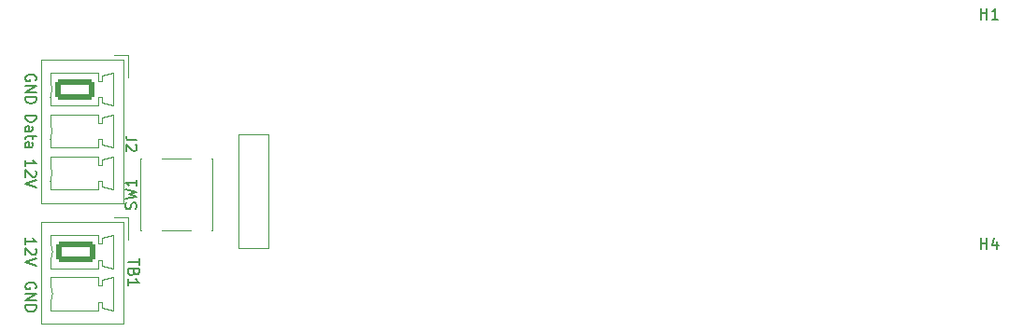
<source format=gbr>
%TF.GenerationSoftware,KiCad,Pcbnew,7.0.10*%
%TF.CreationDate,2024-01-19T02:19:35-05:00*%
%TF.ProjectId,ESP8266_Count2,45535038-3236-4365-9f43-6f756e74322e,v2*%
%TF.SameCoordinates,Original*%
%TF.FileFunction,Legend,Top*%
%TF.FilePolarity,Positive*%
%FSLAX46Y46*%
G04 Gerber Fmt 4.6, Leading zero omitted, Abs format (unit mm)*
G04 Created by KiCad (PCBNEW 7.0.10) date 2024-01-19 02:19:35*
%MOMM*%
%LPD*%
G01*
G04 APERTURE LIST*
G04 Aperture macros list*
%AMRoundRect*
0 Rectangle with rounded corners*
0 $1 Rounding radius*
0 $2 $3 $4 $5 $6 $7 $8 $9 X,Y pos of 4 corners*
0 Add a 4 corners polygon primitive as box body*
4,1,4,$2,$3,$4,$5,$6,$7,$8,$9,$2,$3,0*
0 Add four circle primitives for the rounded corners*
1,1,$1+$1,$2,$3*
1,1,$1+$1,$4,$5*
1,1,$1+$1,$6,$7*
1,1,$1+$1,$8,$9*
0 Add four rect primitives between the rounded corners*
20,1,$1+$1,$2,$3,$4,$5,0*
20,1,$1+$1,$4,$5,$6,$7,0*
20,1,$1+$1,$6,$7,$8,$9,0*
20,1,$1+$1,$8,$9,$2,$3,0*%
G04 Aperture macros list end*
%ADD10C,0.150000*%
%ADD11C,0.120000*%
%ADD12R,2.000000X2.000000*%
%ADD13O,1.600000X2.000000*%
%ADD14C,2.700000*%
%ADD15RoundRect,0.250000X-1.550000X0.650000X-1.550000X-0.650000X1.550000X-0.650000X1.550000X0.650000X0*%
%ADD16O,3.600000X1.800000*%
%ADD17C,1.700000*%
%ADD18R,1.300000X1.550000*%
G04 APERTURE END LIST*
D10*
X111382561Y-80360588D02*
X111430180Y-80265350D01*
X111430180Y-80265350D02*
X111430180Y-80122493D01*
X111430180Y-80122493D02*
X111382561Y-79979636D01*
X111382561Y-79979636D02*
X111287323Y-79884398D01*
X111287323Y-79884398D02*
X111192085Y-79836779D01*
X111192085Y-79836779D02*
X111001609Y-79789160D01*
X111001609Y-79789160D02*
X110858752Y-79789160D01*
X110858752Y-79789160D02*
X110668276Y-79836779D01*
X110668276Y-79836779D02*
X110573038Y-79884398D01*
X110573038Y-79884398D02*
X110477800Y-79979636D01*
X110477800Y-79979636D02*
X110430180Y-80122493D01*
X110430180Y-80122493D02*
X110430180Y-80217731D01*
X110430180Y-80217731D02*
X110477800Y-80360588D01*
X110477800Y-80360588D02*
X110525419Y-80408207D01*
X110525419Y-80408207D02*
X110858752Y-80408207D01*
X110858752Y-80408207D02*
X110858752Y-80217731D01*
X110430180Y-80836779D02*
X111430180Y-80836779D01*
X111430180Y-80836779D02*
X110430180Y-81408207D01*
X110430180Y-81408207D02*
X111430180Y-81408207D01*
X110430180Y-81884398D02*
X111430180Y-81884398D01*
X111430180Y-81884398D02*
X111430180Y-82122493D01*
X111430180Y-82122493D02*
X111382561Y-82265350D01*
X111382561Y-82265350D02*
X111287323Y-82360588D01*
X111287323Y-82360588D02*
X111192085Y-82408207D01*
X111192085Y-82408207D02*
X111001609Y-82455826D01*
X111001609Y-82455826D02*
X110858752Y-82455826D01*
X110858752Y-82455826D02*
X110668276Y-82408207D01*
X110668276Y-82408207D02*
X110573038Y-82360588D01*
X110573038Y-82360588D02*
X110477800Y-82265350D01*
X110477800Y-82265350D02*
X110430180Y-82122493D01*
X110430180Y-82122493D02*
X110430180Y-81884398D01*
X110430180Y-64636779D02*
X111430180Y-64636779D01*
X111430180Y-64636779D02*
X111430180Y-64874874D01*
X111430180Y-64874874D02*
X111382561Y-65017731D01*
X111382561Y-65017731D02*
X111287323Y-65112969D01*
X111287323Y-65112969D02*
X111192085Y-65160588D01*
X111192085Y-65160588D02*
X111001609Y-65208207D01*
X111001609Y-65208207D02*
X110858752Y-65208207D01*
X110858752Y-65208207D02*
X110668276Y-65160588D01*
X110668276Y-65160588D02*
X110573038Y-65112969D01*
X110573038Y-65112969D02*
X110477800Y-65017731D01*
X110477800Y-65017731D02*
X110430180Y-64874874D01*
X110430180Y-64874874D02*
X110430180Y-64636779D01*
X110430180Y-66065350D02*
X110953990Y-66065350D01*
X110953990Y-66065350D02*
X111049228Y-66017731D01*
X111049228Y-66017731D02*
X111096847Y-65922493D01*
X111096847Y-65922493D02*
X111096847Y-65732017D01*
X111096847Y-65732017D02*
X111049228Y-65636779D01*
X110477800Y-66065350D02*
X110430180Y-65970112D01*
X110430180Y-65970112D02*
X110430180Y-65732017D01*
X110430180Y-65732017D02*
X110477800Y-65636779D01*
X110477800Y-65636779D02*
X110573038Y-65589160D01*
X110573038Y-65589160D02*
X110668276Y-65589160D01*
X110668276Y-65589160D02*
X110763514Y-65636779D01*
X110763514Y-65636779D02*
X110811133Y-65732017D01*
X110811133Y-65732017D02*
X110811133Y-65970112D01*
X110811133Y-65970112D02*
X110858752Y-66065350D01*
X111096847Y-66398684D02*
X111096847Y-66779636D01*
X111430180Y-66541541D02*
X110573038Y-66541541D01*
X110573038Y-66541541D02*
X110477800Y-66589160D01*
X110477800Y-66589160D02*
X110430180Y-66684398D01*
X110430180Y-66684398D02*
X110430180Y-66779636D01*
X110430180Y-67541541D02*
X110953990Y-67541541D01*
X110953990Y-67541541D02*
X111049228Y-67493922D01*
X111049228Y-67493922D02*
X111096847Y-67398684D01*
X111096847Y-67398684D02*
X111096847Y-67208208D01*
X111096847Y-67208208D02*
X111049228Y-67112970D01*
X110477800Y-67541541D02*
X110430180Y-67446303D01*
X110430180Y-67446303D02*
X110430180Y-67208208D01*
X110430180Y-67208208D02*
X110477800Y-67112970D01*
X110477800Y-67112970D02*
X110573038Y-67065351D01*
X110573038Y-67065351D02*
X110668276Y-67065351D01*
X110668276Y-67065351D02*
X110763514Y-67112970D01*
X110763514Y-67112970D02*
X110811133Y-67208208D01*
X110811133Y-67208208D02*
X110811133Y-67446303D01*
X110811133Y-67446303D02*
X110858752Y-67541541D01*
X110430180Y-76360588D02*
X110430180Y-75789160D01*
X110430180Y-76074874D02*
X111430180Y-76074874D01*
X111430180Y-76074874D02*
X111287323Y-75979636D01*
X111287323Y-75979636D02*
X111192085Y-75884398D01*
X111192085Y-75884398D02*
X111144466Y-75789160D01*
X111334942Y-76741541D02*
X111382561Y-76789160D01*
X111382561Y-76789160D02*
X111430180Y-76884398D01*
X111430180Y-76884398D02*
X111430180Y-77122493D01*
X111430180Y-77122493D02*
X111382561Y-77217731D01*
X111382561Y-77217731D02*
X111334942Y-77265350D01*
X111334942Y-77265350D02*
X111239704Y-77312969D01*
X111239704Y-77312969D02*
X111144466Y-77312969D01*
X111144466Y-77312969D02*
X111001609Y-77265350D01*
X111001609Y-77265350D02*
X110430180Y-76693922D01*
X110430180Y-76693922D02*
X110430180Y-77312969D01*
X111430180Y-77598684D02*
X110430180Y-77932017D01*
X110430180Y-77932017D02*
X111430180Y-78265350D01*
X110430180Y-69260588D02*
X110430180Y-68689160D01*
X110430180Y-68974874D02*
X111430180Y-68974874D01*
X111430180Y-68974874D02*
X111287323Y-68879636D01*
X111287323Y-68879636D02*
X111192085Y-68784398D01*
X111192085Y-68784398D02*
X111144466Y-68689160D01*
X111334942Y-69641541D02*
X111382561Y-69689160D01*
X111382561Y-69689160D02*
X111430180Y-69784398D01*
X111430180Y-69784398D02*
X111430180Y-70022493D01*
X111430180Y-70022493D02*
X111382561Y-70117731D01*
X111382561Y-70117731D02*
X111334942Y-70165350D01*
X111334942Y-70165350D02*
X111239704Y-70212969D01*
X111239704Y-70212969D02*
X111144466Y-70212969D01*
X111144466Y-70212969D02*
X111001609Y-70165350D01*
X111001609Y-70165350D02*
X110430180Y-69593922D01*
X110430180Y-69593922D02*
X110430180Y-70212969D01*
X111430180Y-70498684D02*
X110430180Y-70832017D01*
X110430180Y-70832017D02*
X111430180Y-71165350D01*
X111382561Y-61460588D02*
X111430180Y-61365350D01*
X111430180Y-61365350D02*
X111430180Y-61222493D01*
X111430180Y-61222493D02*
X111382561Y-61079636D01*
X111382561Y-61079636D02*
X111287323Y-60984398D01*
X111287323Y-60984398D02*
X111192085Y-60936779D01*
X111192085Y-60936779D02*
X111001609Y-60889160D01*
X111001609Y-60889160D02*
X110858752Y-60889160D01*
X110858752Y-60889160D02*
X110668276Y-60936779D01*
X110668276Y-60936779D02*
X110573038Y-60984398D01*
X110573038Y-60984398D02*
X110477800Y-61079636D01*
X110477800Y-61079636D02*
X110430180Y-61222493D01*
X110430180Y-61222493D02*
X110430180Y-61317731D01*
X110430180Y-61317731D02*
X110477800Y-61460588D01*
X110477800Y-61460588D02*
X110525419Y-61508207D01*
X110525419Y-61508207D02*
X110858752Y-61508207D01*
X110858752Y-61508207D02*
X110858752Y-61317731D01*
X110430180Y-61936779D02*
X111430180Y-61936779D01*
X111430180Y-61936779D02*
X110430180Y-62508207D01*
X110430180Y-62508207D02*
X111430180Y-62508207D01*
X110430180Y-62984398D02*
X111430180Y-62984398D01*
X111430180Y-62984398D02*
X111430180Y-63222493D01*
X111430180Y-63222493D02*
X111382561Y-63365350D01*
X111382561Y-63365350D02*
X111287323Y-63460588D01*
X111287323Y-63460588D02*
X111192085Y-63508207D01*
X111192085Y-63508207D02*
X111001609Y-63555826D01*
X111001609Y-63555826D02*
X110858752Y-63555826D01*
X110858752Y-63555826D02*
X110668276Y-63508207D01*
X110668276Y-63508207D02*
X110573038Y-63460588D01*
X110573038Y-63460588D02*
X110477800Y-63365350D01*
X110477800Y-63365350D02*
X110430180Y-63222493D01*
X110430180Y-63222493D02*
X110430180Y-62984398D01*
X196938095Y-76754819D02*
X196938095Y-75754819D01*
X196938095Y-76231009D02*
X197509523Y-76231009D01*
X197509523Y-76754819D02*
X197509523Y-75754819D01*
X198414285Y-76088152D02*
X198414285Y-76754819D01*
X198176190Y-75707200D02*
X197938095Y-76421485D01*
X197938095Y-76421485D02*
X198557142Y-76421485D01*
X196938095Y-55904819D02*
X196938095Y-54904819D01*
X196938095Y-55381009D02*
X197509523Y-55381009D01*
X197509523Y-55904819D02*
X197509523Y-54904819D01*
X198509523Y-55904819D02*
X197938095Y-55904819D01*
X198223809Y-55904819D02*
X198223809Y-54904819D01*
X198223809Y-54904819D02*
X198128571Y-55047676D01*
X198128571Y-55047676D02*
X198033333Y-55142914D01*
X198033333Y-55142914D02*
X197938095Y-55190533D01*
X120545180Y-66866666D02*
X119830895Y-66866666D01*
X119830895Y-66866666D02*
X119688038Y-66819047D01*
X119688038Y-66819047D02*
X119592800Y-66723809D01*
X119592800Y-66723809D02*
X119545180Y-66580952D01*
X119545180Y-66580952D02*
X119545180Y-66485714D01*
X120449942Y-67295238D02*
X120497561Y-67342857D01*
X120497561Y-67342857D02*
X120545180Y-67438095D01*
X120545180Y-67438095D02*
X120545180Y-67676190D01*
X120545180Y-67676190D02*
X120497561Y-67771428D01*
X120497561Y-67771428D02*
X120449942Y-67819047D01*
X120449942Y-67819047D02*
X120354704Y-67866666D01*
X120354704Y-67866666D02*
X120259466Y-67866666D01*
X120259466Y-67866666D02*
X120116609Y-67819047D01*
X120116609Y-67819047D02*
X119545180Y-67247619D01*
X119545180Y-67247619D02*
X119545180Y-67866666D01*
X120745180Y-77638095D02*
X120745180Y-78209523D01*
X119745180Y-77923809D02*
X120745180Y-77923809D01*
X120268990Y-78876190D02*
X120221371Y-79019047D01*
X120221371Y-79019047D02*
X120173752Y-79066666D01*
X120173752Y-79066666D02*
X120078514Y-79114285D01*
X120078514Y-79114285D02*
X119935657Y-79114285D01*
X119935657Y-79114285D02*
X119840419Y-79066666D01*
X119840419Y-79066666D02*
X119792800Y-79019047D01*
X119792800Y-79019047D02*
X119745180Y-78923809D01*
X119745180Y-78923809D02*
X119745180Y-78542857D01*
X119745180Y-78542857D02*
X120745180Y-78542857D01*
X120745180Y-78542857D02*
X120745180Y-78876190D01*
X120745180Y-78876190D02*
X120697561Y-78971428D01*
X120697561Y-78971428D02*
X120649942Y-79019047D01*
X120649942Y-79019047D02*
X120554704Y-79066666D01*
X120554704Y-79066666D02*
X120459466Y-79066666D01*
X120459466Y-79066666D02*
X120364228Y-79019047D01*
X120364228Y-79019047D02*
X120316609Y-78971428D01*
X120316609Y-78971428D02*
X120268990Y-78876190D01*
X120268990Y-78876190D02*
X120268990Y-78542857D01*
X119745180Y-80066666D02*
X119745180Y-79495238D01*
X119745180Y-79780952D02*
X120745180Y-79780952D01*
X120745180Y-79780952D02*
X120602323Y-79685714D01*
X120602323Y-79685714D02*
X120507085Y-79590476D01*
X120507085Y-79590476D02*
X120459466Y-79495238D01*
X120457200Y-73133332D02*
X120504819Y-72990475D01*
X120504819Y-72990475D02*
X120504819Y-72752380D01*
X120504819Y-72752380D02*
X120457200Y-72657142D01*
X120457200Y-72657142D02*
X120409580Y-72609523D01*
X120409580Y-72609523D02*
X120314342Y-72561904D01*
X120314342Y-72561904D02*
X120219104Y-72561904D01*
X120219104Y-72561904D02*
X120123866Y-72609523D01*
X120123866Y-72609523D02*
X120076247Y-72657142D01*
X120076247Y-72657142D02*
X120028628Y-72752380D01*
X120028628Y-72752380D02*
X119981009Y-72942856D01*
X119981009Y-72942856D02*
X119933390Y-73038094D01*
X119933390Y-73038094D02*
X119885771Y-73085713D01*
X119885771Y-73085713D02*
X119790533Y-73133332D01*
X119790533Y-73133332D02*
X119695295Y-73133332D01*
X119695295Y-73133332D02*
X119600057Y-73085713D01*
X119600057Y-73085713D02*
X119552438Y-73038094D01*
X119552438Y-73038094D02*
X119504819Y-72942856D01*
X119504819Y-72942856D02*
X119504819Y-72704761D01*
X119504819Y-72704761D02*
X119552438Y-72561904D01*
X119504819Y-72228570D02*
X120504819Y-71990475D01*
X120504819Y-71990475D02*
X119790533Y-71799999D01*
X119790533Y-71799999D02*
X120504819Y-71609523D01*
X120504819Y-71609523D02*
X119504819Y-71371428D01*
X120504819Y-70466666D02*
X120504819Y-71038094D01*
X120504819Y-70752380D02*
X119504819Y-70752380D01*
X119504819Y-70752380D02*
X119647676Y-70847618D01*
X119647676Y-70847618D02*
X119742914Y-70942856D01*
X119742914Y-70942856D02*
X119790533Y-71038094D01*
D11*
%TO.C,J2*%
X119707500Y-59150000D02*
X119707500Y-61150000D01*
X118457500Y-59150000D02*
X119707500Y-59150000D01*
X119317500Y-59540000D02*
X111847500Y-59540000D01*
X111847500Y-59540000D02*
X111847500Y-72580000D01*
X118357500Y-60750000D02*
X118357500Y-63750000D01*
X117007500Y-60750000D02*
X117007500Y-61500000D01*
X112707500Y-60750000D02*
X117007500Y-60750000D01*
X117357500Y-61000000D02*
X118357500Y-60750000D01*
X117357500Y-61500000D02*
X117357500Y-61000000D01*
X117007500Y-61500000D02*
X117357500Y-61500000D01*
X112707500Y-61500000D02*
X112707500Y-60750000D01*
X117357500Y-63000000D02*
X117007500Y-63000000D01*
X117007500Y-63000000D02*
X117007500Y-63750000D01*
X117357500Y-63500000D02*
X117357500Y-63000000D01*
X118357500Y-63750000D02*
X117357500Y-63500000D01*
X117007500Y-63750000D02*
X112707500Y-63750000D01*
X112707500Y-63750000D02*
X112707500Y-63000000D01*
X118357500Y-64560000D02*
X118357500Y-67560000D01*
X117007500Y-64560000D02*
X117007500Y-65310000D01*
X112707500Y-64560000D02*
X117007500Y-64560000D01*
X117357500Y-64810000D02*
X118357500Y-64560000D01*
X117357500Y-65310000D02*
X117357500Y-64810000D01*
X117007500Y-65310000D02*
X117357500Y-65310000D01*
X112707500Y-65310000D02*
X112707500Y-64560000D01*
X117357500Y-66810000D02*
X117007500Y-66810000D01*
X117007500Y-66810000D02*
X117007500Y-67560000D01*
X117357500Y-67310000D02*
X117357500Y-66810000D01*
X118357500Y-67560000D02*
X117357500Y-67310000D01*
X117007500Y-67560000D02*
X112707500Y-67560000D01*
X112707500Y-67560000D02*
X112707500Y-66810000D01*
X118357500Y-68370000D02*
X118357500Y-71370000D01*
X117007500Y-68370000D02*
X117007500Y-69120000D01*
X112707500Y-68370000D02*
X117007500Y-68370000D01*
X117357500Y-68620000D02*
X118357500Y-68370000D01*
X117357500Y-69120000D02*
X117357500Y-68620000D01*
X117007500Y-69120000D02*
X117357500Y-69120000D01*
X112707500Y-69120000D02*
X112707500Y-68370000D01*
X117357500Y-70620000D02*
X117007500Y-70620000D01*
X117007500Y-70620000D02*
X117007500Y-71370000D01*
X117357500Y-71120000D02*
X117357500Y-70620000D01*
X118357500Y-71370000D02*
X117357500Y-71120000D01*
X117007500Y-71370000D02*
X112707500Y-71370000D01*
X112707500Y-71370000D02*
X112707500Y-70620000D01*
X119317500Y-72580000D02*
X119317500Y-59540000D01*
X111847500Y-72580000D02*
X119317500Y-72580000D01*
X112707655Y-62999647D02*
G75*
G03*
X112707500Y-61500000I-1700155J749647D01*
G01*
X112707655Y-66809647D02*
G75*
G03*
X112707500Y-65310000I-1700155J749647D01*
G01*
X112707655Y-70619647D02*
G75*
G03*
X112707500Y-69120000I-1700155J749647D01*
G01*
%TO.C,J3*%
X132460000Y-76690000D02*
X129740000Y-76690000D01*
X132460000Y-76690000D02*
X132460000Y-66310000D01*
X129740000Y-66310000D02*
X129740000Y-76690000D01*
X132460000Y-66310000D02*
X129740000Y-66310000D01*
%TO.C,TB1*%
X119750000Y-73900000D02*
X119750000Y-75900000D01*
X118500000Y-73900000D02*
X119750000Y-73900000D01*
X119360000Y-74290000D02*
X111890000Y-74290000D01*
X111890000Y-74290000D02*
X111890000Y-83520000D01*
X118400000Y-75500000D02*
X118400000Y-78500000D01*
X117050000Y-75500000D02*
X117050000Y-76250000D01*
X112750000Y-75500000D02*
X117050000Y-75500000D01*
X117400000Y-75750000D02*
X118400000Y-75500000D01*
X117400000Y-76250000D02*
X117400000Y-75750000D01*
X117050000Y-76250000D02*
X117400000Y-76250000D01*
X112750000Y-76250000D02*
X112750000Y-75500000D01*
X117400000Y-77750000D02*
X117050000Y-77750000D01*
X117050000Y-77750000D02*
X117050000Y-78500000D01*
X117400000Y-78250000D02*
X117400000Y-77750000D01*
X118400000Y-78500000D02*
X117400000Y-78250000D01*
X117050000Y-78500000D02*
X112750000Y-78500000D01*
X112750000Y-78500000D02*
X112750000Y-77750000D01*
X118400000Y-79310000D02*
X118400000Y-82310000D01*
X117050000Y-79310000D02*
X117050000Y-80060000D01*
X112750000Y-79310000D02*
X117050000Y-79310000D01*
X117400000Y-79560000D02*
X118400000Y-79310000D01*
X117400000Y-80060000D02*
X117400000Y-79560000D01*
X117050000Y-80060000D02*
X117400000Y-80060000D01*
X112750000Y-80060000D02*
X112750000Y-79310000D01*
X117400000Y-81560000D02*
X117050000Y-81560000D01*
X117050000Y-81560000D02*
X117050000Y-82310000D01*
X117400000Y-82060000D02*
X117400000Y-81560000D01*
X118400000Y-82310000D02*
X117400000Y-82060000D01*
X117050000Y-82310000D02*
X112750000Y-82310000D01*
X112750000Y-82310000D02*
X112750000Y-81560000D01*
X119360000Y-83520000D02*
X119360000Y-74290000D01*
X111890000Y-83520000D02*
X119360000Y-83520000D01*
X112750155Y-77749647D02*
G75*
G03*
X112750000Y-76250000I-1700155J749647D01*
G01*
X112750155Y-81559647D02*
G75*
G03*
X112750000Y-80060000I-1700155J749647D01*
G01*
%TO.C,SW1*%
X120870000Y-75030000D02*
X120870000Y-68570000D01*
X120900000Y-75030000D02*
X120870000Y-75030000D01*
X122800000Y-75030000D02*
X125400000Y-75030000D01*
X127330000Y-75030000D02*
X127300000Y-75030000D01*
X127330000Y-75030000D02*
X127330000Y-68570000D01*
X120870000Y-68570000D02*
X120900000Y-68570000D01*
X122800000Y-68570000D02*
X125400000Y-68570000D01*
X127330000Y-68570000D02*
X127300000Y-68570000D01*
%TD*%
%LPC*%
D12*
%TO.C,U6*%
X159190000Y-83345000D03*
D13*
X156650000Y-83345000D03*
X154110000Y-83345000D03*
X151570000Y-83345000D03*
X149030000Y-83345000D03*
X146490000Y-83345000D03*
X143950000Y-83345000D03*
X141410000Y-83345000D03*
X141410000Y-60485000D03*
X143950000Y-60485000D03*
X146490000Y-60485000D03*
X149030000Y-60485000D03*
X151570000Y-60485000D03*
X154110000Y-60485000D03*
X156650000Y-60485000D03*
X159190000Y-60485000D03*
%TD*%
D14*
%TO.C,H4*%
X197700000Y-80000000D03*
%TD*%
%TO.C,H1*%
X197700000Y-59150000D03*
%TD*%
D15*
%TO.C,J2*%
X114957500Y-62250000D03*
D16*
X114957500Y-66060000D03*
X114957500Y-69870000D03*
%TD*%
D17*
%TO.C,J3*%
X131100000Y-67700000D03*
X131100000Y-70200000D03*
X131100000Y-72800000D03*
X131100000Y-75300000D03*
%TD*%
D15*
%TO.C,TB1*%
X115000000Y-77000000D03*
D16*
X115000000Y-80810000D03*
%TD*%
D18*
%TO.C,SW1*%
X121850000Y-75775000D03*
X121850000Y-67825000D03*
X126350000Y-75775000D03*
X126350000Y-67825000D03*
%TD*%
%LPD*%
M02*

</source>
